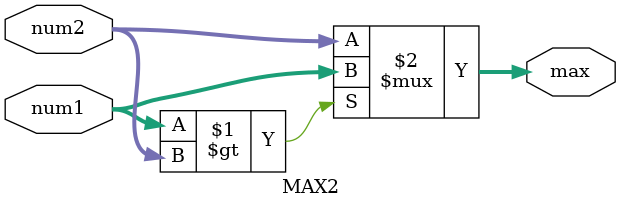
<source format=v>
module MAX2 (
    input  [7:0]         num1, num2,
    output [7:0]         max
);
// Your codes should start from here.

assign max = (num1 > num2) ? num1 : num2;

// End of your codes.
endmodule
</source>
